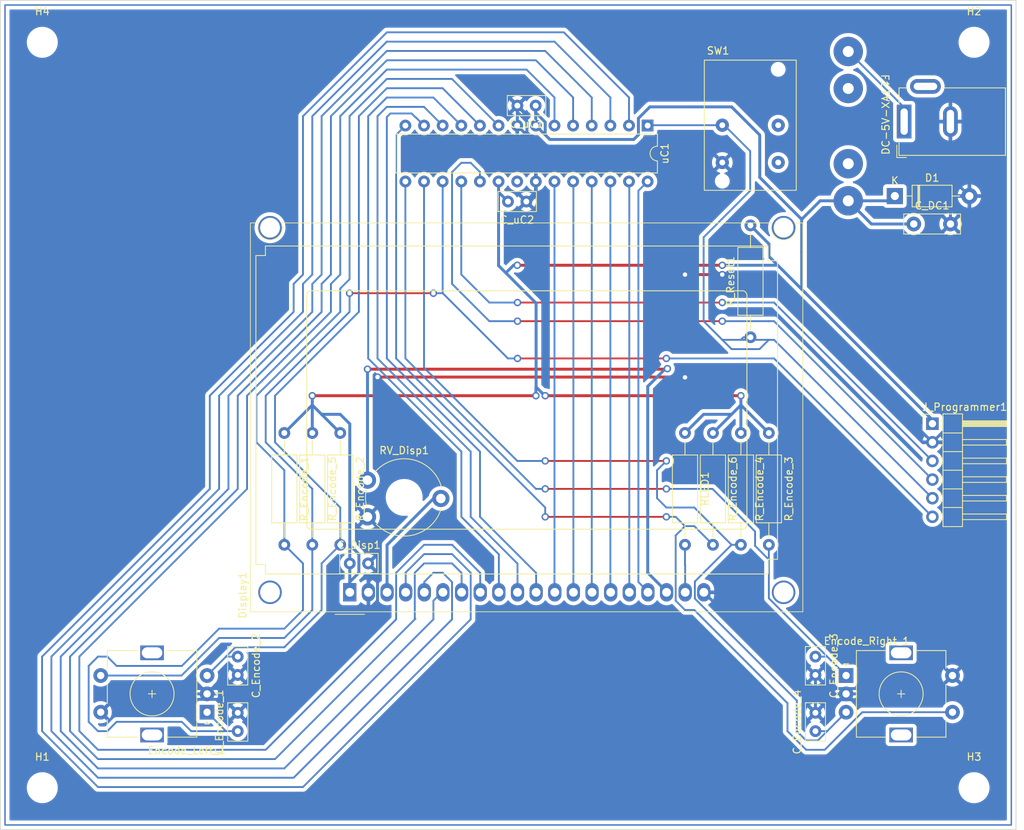
<source format=kicad_pcb>
(kicad_pcb (version 20211014) (generator pcbnew)
  (title_block (title "Pong"))
  (layers (0 "F.Cu" signal) (31 "B.Cu" signal) (34 "B.Paste" user) (35 "F.Paste" user) (36 "B.SilkS" user "B.Silkscreen") (37 "F.SilkS" user "F.Silkscreen") (38 "B.Mask" user) (39 "F.Mask" user) (44 "Edge.Cuts" user))
  (net 0 "")
  (net 1 "+5V")
  (net 2 "GND")
  (net 3 "EN_A_L")
  (net 4 "EN_A_R")
  (net 5 "EN_B_L")
  (net 6 "EN_B_R")
  (net 7 "Net-(Display1-Pad3)")
  (net 8 "Net-(Display1-Pad4)")
  (net 9 "Net-(Display1-Pad5)")
  (net 10 "Net-(Display1-Pad6)")
  (net 11 "Net-(Display1-Pad7)")
  (net 12 "Net-(Display1-Pad8)")
  (net 13 "Net-(Display1-Pad9)")
  (net 14 "Net-(Display1-Pad10)")
  (net 15 "Net-(Display1-Pad11)")
  (net 16 "CS1")
  (net 17 "CS2")
  (net 18 "DISP_RST")
  (net 19 "RW")
  (net 20 "DI")
  (net 21 "ENABLE")
  (net 22 "Net-(Display1-Pad18)")
  (net 23 "Net-(Display1-Pad19)")
  (net 24 "PUSH_A")
  (net 25 "PUSH_B")
  (net 26 "Net-(J_Programmer1-Pad3)")
  (net 27 "Net-(J_Programmer1-Pad4)")
  (net 29 "Net-(J_Programmer1-Pad5)")
  (net 31 "Net-(DC-5V-XA1-Pad1)")
  (footprint "Resistor_THT:R_Axial_DIN0309_L9.0mm_D3.2mm_P15.24mm_Horizontal" (layer "F.Cu") (at 175.23 101.51125 -90)
    (fp_text reference "R_Encode_4")
    (fp_text value "10k")
  )
  (footprint "Resistor_THT:R_Axial_DIN0309_L9.0mm_D3.2mm_P15.24mm_Horizontal" (layer "F.Cu") (at 167.61 101.51125 -90)
    (fp_text reference "RLED1")
    (fp_text value "15")
  )
  (footprint "Rotary_Encoder:RotaryEncoder_Alps_EC11E-Switch_Vertical_H20mm" (layer "F.Cu") (at 102.47 139.57125 180)
    (fp_text reference "Encode_Left_1")
    (fp_text value "RotaryEncoder_Switch")
  )
  (footprint "Resistor_THT:R_Axial_DIN0309_L9.0mm_D3.2mm_P15.24mm_Horizontal" (layer "F.Cu") (at 171.42 101.51125 -90)
    (fp_text reference "R_Encode_6")
    (fp_text value "10k")
  )
  (footprint "Display:AG12864E" (layer "F.Cu") (at 121.92 123.22875 90)
    (fp_text reference "Display1")
    (fp_text value "AG12864E")
  )
  (footprint "MountingHole:MountingHole_3.2mm_M3" (layer "F.Cu") (at 80.01 149.86)
    (fp_text reference "H1")
    (fp_text value "MountingHole")
  )
  (footprint "Connector_PinHeader_2.54mm:PinHeader_1x06_P2.54mm_Horizontal" (layer "F.Cu") (at 201.335 100.24125)
    (fp_text reference "J_Programmer1")
    (fp_text value "Conn_01x06_Female")
  )
  (footprint "Capacitor_THT:C_Disc_D5.0mm_W2.5mm_P2.50mm" (layer "F.Cu") (at 185.39 142.15125 90)
    (fp_text reference "C_Encode_4")
    (fp_text value "10nf")
  )
  (footprint "Pong_lib:Eingabetaste" (layer "F.Cu") (at 180.3146 64.643)
    (fp_text reference "SW1")
    (fp_text value "SW_Push_SPDT")
  )
  (footprint "Resistor_THT:R_Axial_DIN0309_L9.0mm_D3.2mm_P15.24mm_Horizontal" (layer "F.Cu") (at 179.04 101.51125 -90)
    (fp_text reference "R_Encode_3")
    (fp_text value "10k")
  )
  (footprint "Potentiometer_THT:Potentiometer_Piher_PT-10-V10_Vertical_Hole" (layer "F.Cu") (at 124.335 112.94125)
    (fp_text reference "RV_Disp1")
    (fp_text value "R_Potentiometer")
  )
  (footprint "Capacitor_THT:C_Disc_D5.0mm_W2.5mm_P2.50mm" (layer "F.Cu") (at 185.39 131.99125 -90)
    (fp_text reference "C_Encode_3")
    (fp_text value "10nf")
  )
  (footprint "MountingHole:MountingHole_3.2mm_M3" (layer "F.Cu") (at 207.01 48.26)
    (fp_text reference "H2")
    (fp_text value "MountingHole")
  )
  (footprint "Capacitor_THT:C_Disc_D5.0mm_W2.5mm_P2.50mm" (layer "F.Cu") (at 147.26 56.89125 180)
    (fp_text reference "C_uC1")
    (fp_text value "1nf")
  )
  (footprint "MountingHole:MountingHole_3.2mm_M3" (layer "F.Cu") (at 80.01 48.26)
    (fp_text reference "H4")
    (fp_text value "MountingHole")
  )
  (footprint "Package_DIP:DIP-28_W7.62mm" (layer "F.Cu") (at 162.52 59.61125 -90)
    (fp_text reference "uC1")
    (fp_text value "ATmega168-20P")
  )
  (footprint "MountingHole:MountingHole_3.2mm_M3" (layer "F.Cu") (at 207.01 149.86)
    (fp_text reference "H3")
    (fp_text value "MountingHole")
  )
  (footprint "Capacitor_THT:C_Disc_D5.0mm_W2.5mm_P2.50mm" (layer "F.Cu") (at 121.92 119.29125)
    (fp_text reference "C_Disp1")
    (fp_text value "1nf")
  )
  (footprint "Capacitor_THT:C_Disc_D5.0mm_W2.5mm_P2.50mm" (layer "F.Cu") (at 145.985 69.96625 180)
    (fp_text reference "C_uC2")
    (fp_text value "1nf")
  )
  (footprint "Capacitor_THT:C_Disc_D5.0mm_W2.5mm_P2.50mm" (layer "F.Cu") (at 106.65 131.99125 -90)
    (fp_text reference "C_Encode_2")
    (fp_text value "10nf")
  )
  (footprint "Capacitor_THT:C_Disc_D5.0mm_W2.5mm_P2.50mm" (layer "F.Cu") (at 106.65 142.15125 90)
    (fp_text reference "C_Encode_1")
    (fp_text value "10nf")
  )
  (footprint "Resistor_THT:R_Axial_DIN0309_L9.0mm_D3.2mm_P15.24mm_Horizontal" (layer "F.Cu") (at 120.62 101.51125 -90)
    (fp_text reference "R_Encode_2")
    (fp_text value "10k")
  )
  (footprint "Resistor_THT:R_Axial_DIN0309_L9.0mm_D3.2mm_P15.24mm_Horizontal" (layer "F.Cu") (at 116.81 101.51125 -90)
    (fp_text reference "R_Encode_5")
    (fp_text value "10k")
  )
  (footprint "Diode_THT:D_DO-41_SOD81_P10.16mm_Horizontal" (layer "F.Cu") (at 196.215 69.215)
    (fp_text reference "D1")
    (fp_text value "1N4007")
  )
  (footprint "Resistor_THT:R_Axial_DIN0309_L9.0mm_D3.2mm_P15.24mm_Horizontal" (layer "F.Cu") (at 113 101.51125 -90)
    (fp_text reference "R_Encode_1")
    (fp_text value "10k")
  )
  (footprint "Pong_lib:Sicherung" (layer "F.Cu") (at 189.865 49.515 -90)
    (fp_text reference "F1")
    (fp_text value "Fuse")
  )
  (footprint "Rotary_Encoder:RotaryEncoder_Alps_EC11E-Switch_Vertical_H20mm" (layer "F.Cu") (at 189.57 134.57125)
    (fp_text reference "Encode_Right_1")
    (fp_text value "RotaryEncoder_Switch")
  )
  (footprint "Connector_BarrelJack:BarrelJack_GCT_DCJ200-10-A_Horizontal" (layer "F.Cu") (at 197.485 59.07 90)
    (fp_text reference "DC-5V-XA1")
    (fp_text value "Barrel_Jack")
  )
  (footprint "Resistor_THT:R_Axial_DIN0309_L9.0mm_D3.2mm_P15.24mm_Horizontal" (layer "F.Cu") (at 176.535 88.46125 90)
    (fp_text reference "R_Reset1")
    (fp_text value "10k")
  )
  (footprint "Capacitor_THT:C_Disc_D7.5mm_W2.5mm_P5.00mm" (layer "F.Cu") (at 198.795 73.025)
    (fp_text reference "C_DC1")
    (fp_text value "470nF")
  )
  (gr_rect (start 74.93 43.18) (end 212.09 154.94) (layer "B.Cu") (width 0.2) (fill none))
  (gr_rect (start 74.295 155.575) (end 212.725 42.545) (layer "Edge.Cuts") (width 0.1) (fill none))
  (segment (start 172.69 78.65125) (end 144.75 78.65125) (width 0.4) (layer "F.Cu") (net 1))
  (segment (start 147.29 96.43125) (end 116.81 96.43125) (width 0.4) (layer "F.Cu") (net 1))
  (segment (start 148.56 96.43125) (end 175.23 96.43125) (width 0.4) (layer "F.Cu") (net 1))
  (via (at 116.81 96.43125) (size 1) (drill 0.6) (layers "F.Cu" "B.Cu") (net 1))
  (via (at 172.69 78.65125) (size 1) (drill 0.6) (layers "F.Cu" "B.Cu") (net 1))
  (via (at 144.75 78.65125) (size 1) (drill 0.6) (layers "F.Cu" "B.Cu") (net 1))
  (via (at 148.56 96.43125) (size 1) (drill 0.6) (layers "F.Cu" "B.Cu") (net 1))
  (via (at 147.29 96.43125) (size 1) (drill 0.6) (layers "F.Cu" "B.Cu") (net 1))
  (via (at 175.23 96.43125) (size 1) (drill 0.6) (layers "F.Cu" "B.Cu") (net 1))
  (segment (start 196.215 69.215) (end 195.565 69.865) (width 0.4) (layer "B.Cu") (net 1))
  (segment (start 183.515 81.915) (end 180.25125 78.65125) (width 0.4) (layer "B.Cu") (net 1))
  (segment (start 189.865 69.865) (end 195.565 69.865) (width 0.4) (layer "B.Cu") (net 1))
  (segment (start 179.055 75.74125) (end 176.535 73.22125) (width 0.4) (layer "B.Cu") (net 1))
  (segment (start 116.81 97.70125) (end 116.81 101.51125) (width 0.4) (layer "B.Cu") (net 1))
  (segment (start 120.62 98.97125) (end 121.92 100.27125) (width 0.4) (layer "B.Cu") (net 1))
  (segment (start 201.335 99.735) (end 201.335 100.24125) (width 0.4) (layer "B.Cu") (net 1))
  (segment (start 116.81 97.70125) (end 120.62 101.51125) (width 0.4) (layer "B.Cu") (net 1))
  (segment (start 179.04 101.51125) (end 175.23 97.70125) (width 0.4) (layer "B.Cu") (net 1))
  (segment (start 180.25125 78.65125) (end 172.69 78.65125) (width 0.4) (layer "B.Cu") (net 1))
  (segment (start 147.26 57.845) (end 147.26 59.59125) (width 0.4) (layer "B.Cu") (net 1))
  (segment (start 162.820978 57.06125) (end 173.96 57.06125) (width 0.4) (layer "B.Cu") (net 1))
  (segment (start 121.92 116.78125) (end 123.16 118.02125) (width 0.4) (layer "B.Cu") (net 1))
  (segment (start 147.26 56.89125) (end 147.26 57.845) (width 0.4) (layer "B.Cu") (net 1))
  (segment (start 123.16 120.56125) (end 121.92 121.80125) (width 0.4) (layer "B.Cu") (net 1))
  (segment (start 183.515 72.39) (end 186.04 69.865) (width 0.4) (layer "B.Cu") (net 1))
  (segment (start 143.485 69.96625) (end 142.24 68.72125) (width 0.4) (layer "B.Cu") (net 1))
  (segment (start 123.16 118.02125) (end 123.16 120.56125) (width 0.4) (layer "B.Cu") (net 1))
  (segment (start 147.32 95.25) (end 147.32 83.82) (width 0.4) (layer "B.Cu") (net 1))
  (segment (start 175.23 101.51125) (end 175.23 97.70125) (width 0.4) (layer "B.Cu") (net 1))
  (segment (start 149.195 61.50625) (end 160.625 61.50625) (width 0.4) (layer "B.Cu") (net 1))
  (segment (start 160.625 61.50625) (end 161.26 60.87125) (width 0.4) (layer "B.Cu") (net 1))
  (segment (start 121.92 121.80125) (end 121.92 123.22875) (width 0.4) (layer "B.Cu") (net 1))
  (segment (start 147.29 95.28) (end 147.32 95.25) (width 0.4) (layer "B.Cu") (net 1))
  (segment (start 144.75 78.65125) (end 144.23375 78.65125) (width 0.4) (layer "B.Cu") (net 1))
  (segment (start 118.08 98.97125) (end 120.62 98.97125) (width 0.4) (layer "B.Cu") (net 1))
  (segment (start 113 101.51125) (end 116.81 97.70125) (width 0.4) (layer "B.Cu") (net 1))
  (segment (start 161.26 58.622228) (end 162.820978 57.06125) (width 0.4) (layer "B.Cu") (net 1))
  (segment (start 121.92 116.78125) (end 121.92 119.29125) (width 0.4) (layer "B.Cu") (net 1))
  (segment (start 148.56 60.87125) (end 149.195 61.50625) (width 0.4) (layer "B.Cu") (net 1))
  (segment (start 183.515 72.39) (end 183.515 76.835) (width 0.4) (layer "B.Cu") (net 1))
  (segment (start 183.515 81.915) (end 201.335 99.735) (width 0.4) (layer "B.Cu") (net 1))
  (segment (start 147.32 83.82) (end 143.1925 79.6925) (width 0.4) (layer "B.Cu") (net 1))
  (segment (start 178.34625 67.22125) (end 177.8 66.675) (width 0.4) (layer "B.Cu") (net 1))
  (segment (start 148.56 59.145) (end 147.26 57.845) (width 0.4) (layer "B.Cu") (net 1))
  (segment (start 147.29 96.43125) (end 147.29 95.28) (width 0.4) (layer "B.Cu") (net 1))
  (segment (start 147.28 59.61125) (end 148.404511 60.735761) (width 0.4) (layer "B.Cu") (net 1))
  (segment (start 142.2 78.7) (end 142.2 67.23125) (width 0.4) (layer "B.Cu") (net 1))
  (segment (start 148.56 96.43125) (end 148.50125 96.43125) (width 0.4) (layer "B.Cu") (net 1))
  (segment (start 142.24 68.72125) (end 142.24 68.58) (width 0.4) (layer "B.Cu") (net 1))
  (segment (start 167.61 101.51125) (end 170.15 98.97125) (width 0.4) (layer "B.Cu") (net 1))
  (segment (start 186.04 69.865) (end 189.865 69.865) (width 0.4) (layer "B.Cu") (net 1))
  (segment (start 171.42 101.51125) (end 175.23 97.70125) (width 0.4) (layer "B.Cu") (net 1))
  (segment (start 148.50125 96.43125) (end 147.32 95.25) (width 0.4) (layer "B.Cu") (net 1))
  (segment (start 144.23375 78.65125) (end 143.1925 79.6925) (width 0.4) (layer "B.Cu") (net 1))
  (segment (start 193.025 73.025) (end 189.865 69.865) (width 0.4) (layer "B.Cu") (net 1))
  (segment (start 147.26 59.59125) (end 147.28 59.61125) (width 0.4) (layer "B.Cu") (net 1))
  (segment (start 198.795 73.025) (end 193.025 73.025) (width 0.4) (layer "B.Cu") (net 1))
  (segment (start 121.92 119.29125) (end 121.92 123.22875) (width 0.4) (layer "B.Cu") (net 1))
  (segment (start 183.515 76.835) (end 183.515 81.915) (width 0.4) (layer "B.Cu") (net 1))
  (segment (start 180.25125 78.65125) (end 179.055 77.455) (width 0.4) (layer "B.Cu") (net 1))
  (segment (start 179.055 77.455) (end 179.055 75.74125) (width 0.4) (layer "B.Cu") (net 1))
  (segment (start 161.26 60.87125) (end 161.26 58.622228) (width 0.4) (layer "B.Cu") (net 1))
  (segment (start 175.23 97.70125) (end 175.23 96.43125) (width 0.4) (layer "B.Cu") (net 1))
  (segment (start 177.8 66.675) (end 177.8 60.96) (width 0.4) (layer "B.Cu") (net 1))
  (segment (start 178.34625 67.22125) (end 183.515 72.39) (width 0.4) (layer "B.Cu") (net 1))
  (segment (start 116.81 97.70125) (end 116.81 96.43125) (width 0.4) (layer "B.Cu") (net 1))
  (segment (start 148.56 60.87125) (end 148.56 59.145) (width 0.4) (layer "B.Cu") (net 1))
  (segment (start 170.15 98.97125) (end 173.96 98.97125) (width 0.4) (layer "B.Cu") (net 1))
  (segment (start 143.1925 79.6925) (end 142.2 78.7) (width 0.4) (layer "B.Cu") (net 1))
  (segment (start 173.96 57.06125) (end 177.77 60.87125) (width 0.4) (layer "B.Cu") (net 1))
  (segment (start 121.92 100.27125) (end 121.92 116.78125) (width 0.4) (layer "B.Cu") (net 1))
  (segment (start 167.569289 93.89125) (end 125.7 93.89125) (width 0.4) (layer "F.Cu") (net 2))
  (segment (start 167.61 79.92125) (end 168.88 79.92125) (width 0.4) (layer "F.Cu") (net 2))
  (segment (start 168.88 79.92125) (end 172.69 79.92125) (width 0.4) (layer "F.Cu") (net 2))
  (segment (start 167.61 93.931961) (end 167.569289 93.89125) (width 0.4) (layer "F.Cu") (net 2))
  (via (at 167.61 79.92125) (size 1) (drill 0.6) (layers "F.Cu" "B.Cu") (net 2))
  (via (at 125.7 93.89125) (size 1) (drill 0.6) (layers "F.Cu" "B.Cu") (net 2))
  (via (at 167.61 93.931961) (size 1) (drill 0.6) (layers "F.Cu" "B.Cu") (net 2))
  (via (at 172.69 79.92125) (size 1) (drill 0.6) (layers "F.Cu" "B.Cu") (net 2))
  (segment (start 167.61 93.931961) (end 167.650711 93.89125) (width 0.4) (layer "B.Cu") (net 2))
  (segment (start 144.76 57.765) (end 144.76 56.89125) (width 0.4) (layer "B.Cu") (net 2))
  (segment (start 102.47 137.07125) (end 100.24125 137.07125) (width 0.4) (layer "B.Cu") (net 2))
  (segment (start 147.28 69.175) (end 147.28 67.23125) (width 0.4) (layer "B.Cu") (net 2))
  (segment (start 147.905 62.77625) (end 146.069375 60.940625) (width 0.4) (layer "B.Cu") (net 2))
  (segment (start 178.475 79.92125) (end 180.6625 82.10875) (width 0.4) (layer "B.Cu") (net 2))
  (segment (start 191.01595 136.3472) (end 191.74 137.07125) (width 0.4) (layer "B.Cu") (net 2))
  (segment (start 99.6696 136.3472) (end 104.3432 136.3472) (width 0.4) (layer "B.Cu") (net 2))
  (segment (start 105.06725 137.07125) (end 104.76245 137.07125) (width 0.4) (layer "B.Cu") (net 2))
  (segment (start 201.335 102.78125) (end 202.71 101.40625) (width 0.4) (layer "B.Cu") (net 2))
  (segment (start 125.68 118.02125) (end 125.7 118.02125) (width 0.4) (layer "B.Cu") (net 2))
  (segment (start 185.39 139.65125) (end 185.39 138.34125) (width 0.4) (layer "B.Cu") (net 2))
  (segment (start 186.66 137.07125) (end 184.0225 137.07125) (width 0.4) (layer "B.Cu") (net 2))
  (segment (start 126.365 109.855) (end 126.365 105.41) (width 0.4) (layer "B.Cu") (net 2))
  (segment (start 98.94555 137.07125) (end 99.6696 136.3472) (width 0.4) (layer "B.Cu") (net 2))
  (segment (start 104.76245 137.07125) (end 102.47 137.07125) (width 0.4) (layer "B.Cu") (net 2))
  (segment (start 185.39 134.49125) (end 187.24595 136.3472) (width 0.4) (layer "B.Cu") (net 2))
  (segment (start 144.76 56.89125) (end 144.76 59.59125) (width 0.4) (layer "B.Cu") (net 2))
  (segment (start 180.6625 82.10875) (end 179.745 81.19125) (width 0.4) (layer "B.Cu") (net 2))
  (segment (start 124.46 121.80125) (end 125.7 120.56125) (width 0.4) (layer "B.Cu") (net 2))
  (segment (start 126.365 109.855) (end 126.365 115.57) (width 0.4) (layer "B.Cu") (net 2))
  (segment (start 184.0225 137.07125) (end 170.18 123.22875) (width 0.4) (layer "B.Cu") (net 2))
  (segment (start 125.7 116.235) (end 125.7 118.02125) (width 0.4) (layer "B.Cu") (net 2))
  (segment (start 145.985 69.96625) (end 146.48875 69.96625) (width 0.4) (layer "B.Cu") (net 2))
  (segment (start 187.24595 136.3472) (end 191.01595 136.3472) (width 0.4) (layer "B.Cu") (net 2))
  (segment (start 126.365 105.41) (end 125.7 104.745) (width 0.4) (layer "B.Cu") (net 2))
  (segment (start 149.31375 64.135) (end 147.955 62.77625) (width 0.4) (layer "B.Cu") (net 2))
  (segment (start 147.28 63.40125) (end 147.28 67.23125) (width 0.4) (layer "B.Cu") (net 2))
  (segment (start 104.3432 136.3472) (end 105.06725 137.07125) (width 0.4) (layer "B.Cu") (net 2))
  (segment (start 190.8556 137.8712) (end 191.65555 137.07125) (width 0.4) (layer "B.Cu") (net 2))
  (segment (start 185.39 135.80125) (end 186.66 137.07125) (width 0.4) (layer "B.Cu") (net 2))
  (segment (start 124.335 112.94125) (end 126.365 110.91125) (width 0.4) (layer "B.Cu") (net 2))
  (segment (start 167.61 69.76125) (end 167.61 72.7156) (width 0.4) (layer "B.Cu") (net 2))
  (segment (start 203.795 66.635) (end 203.795 66.08) (width 0.4) (layer "B.Cu") (net 2))
  (segment (start 106.65 139.65125) (end 109.19 137.11125) (width 0.4) (layer "B.Cu") (net 2))
  (segment (start 200.525 115.37625) (end 200.525 115.48125) (width 0.4) (layer "B.Cu") (net 2))
  (segment (start 106.65 134.49125) (end 109.19 137.03125) (width 0.4) (layer "B.Cu") (net 2))
  (segment (start 203.795 59.08) (end 203.785 59.07) (width 0.4) (layer "B.Cu") (net 2))
  (segment (start 167.61 74.84125) (end 167.61 72.7156) (width 0.4) (layer "B.Cu") (net 2))
  (segment (start 203.065 132.09625) (end 203.065 133.56625) (width 0.4) (layer "B.Cu") (net 2))
  (segment (start 192.405 88.20625) (end 192.405 81.915) (width 0.4) (layer "B.Cu") (net 2))
  (segment (start 112.96 137.11125) (end 109.19 137.11125) (width 0.4) (layer "B.Cu") (net 2))
  (segment (start 203.795 66.08) (end 203.795 59.08) (width 0.4) (layer "B.Cu") (net 2))
  (segment (start 201.335 102.78125) (end 180.6625 82.10875) (width 0.4) (layer "B.Cu") (net 2))
  (segment (start 126.365 115.57) (end 125.7 116.235) (width 0.4) (layer "B.Cu") (net 2))
  (segment (start 126.365 110.91125) (end 126.365 109.855) (width 0.4) (layer "B.Cu") (net 2))
  (segment (start 203.065 132.09625) (end 198.09 137.07125) (width 0.4) (layer "B.Cu") (net 2))
  (segment (start 125.7 120.56125) (end 125.7 124.37125) (width 0.4) (layer "B.Cu") (net 2))
  (segment (start 98.94555 137.07125) (end 99.6947 137.8204) (width 0.4) (layer "B.Cu") (net 2))
  (segment (start 125.69 118.02125) (end 125.7 118.02125) (width 0.4) (layer "B.Cu") (net 2))
  (segment (start 99.6947 137.8204) (end 104.0133 137.8204) (width 0.4) (layer "B.Cu") (net 2))
  (segment (start 203.065 101.40625) (end 203.065 114.21125) (width 0.4) (layer "B.Cu") (net 2))
  (segment (start 109.19 137.11125) (end 109.19 137.07125) (width 0.4) (layer "B.Cu") (net 2))
  (segment (start 104.0133 137.8204) (end 104.76245 137.07125) (width 0.4) (layer "B.Cu") (net 2))
  (segment (start 146.48875 69.96625) (end 147.28 69.175) (width 0.4) (layer "B.Cu") (net 2))
  (segment (start 100.24125 137.07125) (end 98.94555 137.07125) (width 0.4) (layer "B.Cu") (net 2))
  (segment (start 191.85875 137.07125) (end 191.74 137.07125) (width 0.4) (layer "B.Cu") (net 2))
  (segment (start 203.795 70.525) (end 203.795 66.08) (width 0.4) (layer "B.Cu") (net 2))
  (segment (start 146.069375 60.940625) (end 144.74 59.61125) (width 0.4) (layer "B.Cu") (net 2))
  (segment (start 189.57 137.07125) (end 186.66 137.07125) (width 0.4) (layer "B.Cu") (net 2))
  (segment (start 203.795 73.025) (end 203.795 70.525) (width 0.4) (layer "B.Cu") (net 2))
  (segment (start 200.525 115.48125) (end 201.795 115.48125) (width 0.4) (layer "B.Cu") (net 2))
  (segment (start 192.405 88.20625) (end 203.065 98.86625) (width 0.4) (layer "B.Cu") (net 2))
  (segment (start 167.61 74.84125) (end 167.61 79.92125) (width 0.4) (layer "B.Cu") (net 2))
  (segment (start 206.375 69.215) (end 203.795 66.635) (width 0.4) (layer "B.Cu") (net 2))
  (segment (start 189.57 137.07125) (end 191.65555 137.07125) (width 0.4) (layer "B.Cu") (net 2))
  (segment (start 147.905 62.77625) (end 147.28 63.40125) (width 0.4) (layer "B.Cu") (net 2))
  (segment (start 124.335 123.10375) (end 124.46 123.22875) (width 0.4) (layer "B.Cu") (net 2))
  (segment (start 187.17005 137.8712) (end 190.8556 137.8712) (width 0.4) (layer "B.Cu") (net 2))
  (segment (start 179.04 93.89125) (end 200.525 115.37625) (width 0.4) (layer "B.Cu") (net 2))
  (segment (start 202.71 101.40625) (end 203.065 101.40625) (width 0.4) (layer "B.Cu") (net 2))
  (segment (start 192.405 81.915) (end 203.795 70.525) (width 0.4) (layer "B.Cu") (net 2))
  (segment (start 167.650711 93.89125) (end 179.04 93.89125) (width 0.4) (layer "B.Cu") (net 2))
  (segment (start 109.19 137.03125) (end 109.19 137.07125) (width 0.4) (layer "B.Cu") (net 2))
  (segment (start 201.795 115.48125) (end 203.065 114.21125) (width 0.4) (layer "B.Cu") (net 2))
  (segment (start 124.42 119.29125) (end 125.69 118.02125) (width 0.4) (layer "B.Cu") (net 2))
  (segment (start 98.94555 137.07125) (end 90.47 137.07125) (width 0.4) (layer "B.Cu") (net 2))
  (segment (start 203.065 114.21125) (end 203.065 132.09625) (width 0.4) (layer "B.Cu") (net 2))
  (segment (start 146.069375 59.074375) (end 144.76 57.765) (width 0.4) (layer "B.Cu") (net 2))
  (segment (start 203.065 98.86625) (end 203.065 101.40625) (width 0.4) (layer "B.Cu") (net 2))
  (segment (start 198.09 137.07125) (end 191.85875 137.07125) (width 0.4) (layer "B.Cu") (net 2))
  (segment (start 172.69 79.92125) (end 178.475 79.92125) (width 0.4) (layer "B.Cu") (net 2))
  (segment (start 90.47 137.07125) (end 87.97 139.57125) (width 0.4) (layer "B.Cu") (net 2))
  (segment (start 144.76 59.59125) (end 144.74 59.61125) (width 0.4) (layer "B.Cu") (net 2))
  (segment (start 164.1602 64.135) (end 149.31375 64.135) (width 0.4) (layer "B.Cu") (net 2))
  (segment (start 185.39 139.65125) (end 187.17005 137.8712) (width 0.4) (layer "B.Cu") (net 2))
  (segment (start 167.61 72.7156) (end 167.61 67.5848) (width 0.4) (layer "B.Cu") (net 2))
  (segment (start 185.39 134.49125) (end 185.39 135.80125) (width 0.4) (layer "B.Cu") (net 2))
  (segment (start 203.065 133.56625) (end 204.07 134.57125) (width 0.4) (layer "B.Cu") (net 2))
  (segment (start 125.7 104.745) (end 125.7 93.89125) (width 0.4) (layer "B.Cu") (net 2))
  (segment (start 172.69 64.68125) (end 167.61 69.76125) (width 0.4) (layer "B.Cu") (net 2))
  (segment (start 125.7 118.02125) (end 125.7 120.56125) (width 0.4) (layer "B.Cu") (net 2))
  (segment (start 185.39 138.34125) (end 186.66 137.07125) (width 0.4) (layer "B.Cu") (net 2))
  (segment (start 146.069375 60.940625) (end 146.069375 59.074375) (width 0.4) (layer "B.Cu") (net 2))
  (segment (start 124.41 123.27875) (end 124.46 123.22875) (width 0.4) (layer "B.Cu") (net 2))
  (segment (start 124.46 123.22875) (end 124.46 121.80125) (width 0.4) (layer "B.Cu") (net 2))
  (segment (start 109.19 137.07125) (end 105.06725 137.07125) (width 0.4) (layer "B.Cu") (net 2))
  (segment (start 125.7 124.37125) (end 112.96 137.11125) (width 0.4) (layer "B.Cu") (net 2))
  (segment (start 191.65555 137.07125) (end 191.85875 137.07125) (width 0.4) (layer "B.Cu") (net 2))
  (segment (start 167.61 67.5848) (end 164.1602 64.135) (width 0.4) (layer "B.Cu") (net 2))
  (segment (start 88.87 131.99125) (end 90.14 133.26125) (width 0.25) (layer "B.Cu") (net 3))
  (segment (start 86.33 140.88125) (end 86.33 133.26125) (width 0.25) (layer "B.Cu") (net 3))
  (segment (start 99.03 133.26125) (end 104.11 128.18125) (width 0.25) (layer "B.Cu") (net 3))
  (segment (start 104.11 128.18125) (end 113 128.18125) (width 0.25) (layer "B.Cu") (net 3))
  (segment (start 88.87 142.15125) (end 87.6 142.15125) (width 0.25) (layer "B.Cu") (net 3))
  (segment (start 121.89 80.55625) (end 120.62 81.82625) (width 0.25) (layer "B.Cu") (net 3))
  (segment (start 100.3 142.15125) (end 99.03 140.88125) (width 0.25) (layer "B.Cu") (net 3))
  (segment (start 142.2 59.61125) (end 135.84 53.25125) (width 0.25) (layer "B.Cu") (net 3))
  (segment (start 90.14 140.88125) (end 88.87 142.15125) (width 0.25) (layer "B.Cu") (net 3))
  (segment (start 86.33 133.26125) (end 87.6 131.99125) (width 0.25) (layer "B.Cu") (net 3))
  (segment (start 109.19 102.78125) (end 113 106.59125) (width 0.25) (layer "B.Cu") (net 3))
  (segment (start 135.84 53.25125) (end 126.97 53.25125) (width 0.25) (layer "B.Cu") (net 3))
  (segment (start 106.65 142.15125) (end 105.05 142.15125) (width 0.25) (layer "B.Cu") (net 3))
  (segment (start 99.03 140.88125) (end 90.14 140.88125) (width 0.25) (layer "B.Cu") (net 3))
  (segment (start 113 128.18125) (end 115.54 125.64125) (width 0.25) (layer "B.Cu") (net 3))
  (segment (start 105.05 142.15125) (end 102.47 139.57125) (width 0.25) (layer "B.Cu") (net 3))
  (segment (start 120.62 81.82625) (end 120.62 85.00125) (width 0.25) (layer "B.Cu") (net 3))
  (segment (start 105.05 142.15125) (end 100.3 142.15125) (width 0.25) (layer "B.Cu") (net 3))
  (segment (start 90.14 133.26125) (end 99.03 133.26125) (width 0.25) (layer "B.Cu") (net 3))
  (segment (start 115.54 119.29125) (end 113 116.75125) (width 0.25) (layer "B.Cu") (net 3))
  (segment (start 120.62 85.00125) (end 109.19 96.43125) (width 0.25) (layer "B.Cu") (net 3))
  (segment (start 113 106.59125) (end 113 116.75125) (width 0.25) (layer "B.Cu") (net 3))
  (segment (start 126.97 53.25125) (end 121.89 58.33125) (width 0.25) (layer "B.Cu") (net 3))
  (segment (start 109.19 96.43125) (end 109.19 102.78125) (width 0.25) (layer "B.Cu") (net 3))
  (segment (start 87.6 131.99125) (end 88.87 131.99125) (width 0.25) (layer "B.Cu") (net 3))
  (segment (start 87.6 142.15125) (end 86.33 140.88125) (width 0.25) (layer "B.Cu") (net 3))
  (segment (start 121.89 58.33125) (end 121.89 80.55625) (width 0.25) (layer "B.Cu") (net 3))
  (segment (start 115.54 125.64125) (end 115.54 119.29125) (width 0.25) (layer "B.Cu") (net 3))
  (segment (start 118.08 125.64125) (end 118.08 119.29125) (width 0.25) (layer "B.Cu") (net 4))
  (segment (start 120.62 116.75125) (end 120.62 111.67125) (width 0.25) (layer "B.Cu") (net 4))
  (segment (start 118.08 119.29125) (end 120.62 116.75125) (width 0.25) (layer "B.Cu") (net 4))
  (segment (start 120.62 111.67125) (end 111.73 102.78125) (width 0.25) (layer "B.Cu") (net 4))
  (segment (start 123.16 58.33125) (end 126.97 54.52125) (width 0.25) (layer "B.Cu") (net 4))
  (segment (start 134.59 54.54125) (end 139.66 59.61125) (width 0.25) (layer "B.Cu") (net 4))
  (segment (start 111.73 102.78125) (end 111.73 96.43125) (width 0.25) (layer "B.Cu") (net 4))
  (segment (start 126.97 54.52125) (end 134.59 54.52125) (width 0.25) (layer "B.Cu") (net 4))
  (segment (start 111.73 96.43125) (end 123.16 85.00125) (width 0.25) (layer "B.Cu") (net 4))
  (segment (start 123.16 85.00125) (end 123.16 58.33125) (width 0.25) (layer "B.Cu") (net 4))
  (segment (start 134.59 54.52125) (end 134.59 54.54125) (width 0.25) (layer "B.Cu") (net 4))
  (segment (start 113 130.72125) (end 118.08 125.64125) (width 0.25) (layer "B.Cu") (net 4))
  (segment (start 105.05 131.99125) (end 106.32 130.72125) (width 0.25) (layer "B.Cu") (net 4))
  (segment (start 106.32 130.72125) (end 113 130.72125) (width 0.25) (layer "B.Cu") (net 4))
  (segment (start 106.65 131.99125) (end 105.05 131.99125) (width 0.25) (layer "B.Cu") (net 4))
  (segment (start 105.05 131.99125) (end 102.47 134.57125) (width 0.25) (layer "B.Cu") (net 4))
  (segment (start 165.07 109.13125) (end 148.56 109.13125) (width 0.25) (layer "F.Cu") (net 5))
  (via (at 165.07 109.13125) (size 1) (drill 0.6) (layers "F.Cu" "B.Cu") (net 5))
  (via (at 148.56 109.13125) (size 1) (drill 0.6) (layers "F.Cu" "B.Cu") (net 5))
  (segment (start 171.36125 109.13125) (end 165.07 109.13125) (width 0.25) (layer "B.Cu") (net 5))
  (segment (start 177.165 114.935) (end 171.36125 109.13125) (width 0.25) (layer "B.Cu") (net 5))
  (segment (start 129.5 67.23125) (end 129.5 91.34125) (width 0.25) (layer "B.Cu") (net 5))
  (segment (start 179.04 118.775) (end 179.04 116.75125) (width 0.25) (layer "B.Cu") (net 5))
  (segment (start 129.5 91.34125) (end 147.29 109.13125) (width 0.25) (layer "B.Cu") (net 5))
  (segment (start 186.99 131.99125) (end 189.57 134.57125) (width 0.25) (layer "B.Cu") (net 5))
  (segment (start 179.04 118.775) (end 177.165 116.9) (width 0.25) (layer "B.Cu") (net 5))
  (segment (start 179.04 124.04125) (end 179.04 118.775) (width 0.25) (layer "B.Cu") (net 5))
  (segment (start 185.39 131.99125) (end 186.99 131.99125) (width 0.25) (layer "B.Cu") (net 5))
  (segment (start 147.29 109.13125) (end 148.56 109.13125) (width 0.25) (layer "B.Cu") (net 5))
  (segment (start 177.165 116.9) (end 177.165 114.935) (width 0.25) (layer "B.Cu") (net 5))
  (segment (start 186.99 131.99125) (end 179.04 124.04125) (width 0.25) (layer "B.Cu") (net 5))
  (segment (start 165.07 105.32125) (end 148.56 105.32125) (width 0.25) (layer "F.Cu") (net 6))
  (via (at 165.07 105.32125) (size 1) (drill 0.6) (layers "F.Cu" "B.Cu") (net 6))
  (via (at 148.56 105.32125) (size 1) (drill 0.6) (layers "F.Cu" "B.Cu") (net 6))
  (segment (start 182.85 137.980482) (end 168.95548 124.085962) (width 0.25) (layer "B.Cu") (net 6))
  (segment (start 173.96 116.75125) (end 168.88 111.67125) (width 0.25) (layer "B.Cu") (net 6))
  (segment (start 182.85 142.15125) (end 182.85 137.980482) (width 0.25) (layer "B.Cu") (net 6))
  (segment (start 144.75 105.32125) (end 148.56 105.32125) (width 0.25) (layer "B.Cu") (net 6))
  (segment (start 185.72 143.42125) (end 184.12 143.42125) (width 0.25) (layer "B.Cu") (net 6))
  (segment (start 163.8 109.13125) (end 163.8 106.59125) (width 0.25) (layer "B.Cu") (net 6))
  (segment (start 163.8 110.40125) (end 163.8 109.13125) (width 0.25) (layer "B.Cu") (net 6))
  (segment (start 173.96 116.75125) (end 175.23 116.75125) (width 0.25) (layer "B.Cu") (net 6))
  (segment (start 132.04 92.61125) (end 144.75 105.32125) (width 0.25) (layer "B.Cu") (net 6))
  (segment (start 185.39 142.15125) (end 186.99 142.15125) (width 0.25) (layer "B.Cu") (net 6))
  (segment (start 132.04 67.23125) (end 132.04 92.61125) (width 0.25) (layer "B.Cu") (net 6))
  (segment (start 186.99 142.15125) (end 185.72 143.42125) (width 0.25) (layer "B.Cu") (net 6))
  (segment (start 184.12 143.42125) (end 182.85 142.15125) (width 0.25) (layer "B.Cu") (net 6))
  (segment (start 168.88 111.67125) (end 165.07 111.67125) (width 0.25) (layer "B.Cu") (net 6))
  (segment (start 168.95548 121.75577) (end 173.96 116.75125) (width 0.25) (layer "B.Cu") (net 6))
  (segment (start 168.95548 124.085962) (end 168.95548 121.75577) (width 0.25) (layer "B.Cu") (net 6))
  (segment (start 163.8 106.59125) (end 165.07 105.32125) (width 0.25) (layer "B.Cu") (net 6))
  (segment (start 165.07 111.67125) (end 163.8 110.40125) (width 0.25) (layer "B.Cu") (net 6))
  (segment (start 186.99 142.15125) (end 189.57 139.57125) (width 0.25) (layer "B.Cu") (net 6))
  (segment (start 127 123.22875) (end 127 116.78125) (width 0.4) (layer "B.Cu") (net 7))
  (segment (start 133.34 110.44125) (end 134.335 110.44125) (width 0.4) (layer "B.Cu") (net 7))
  (segment (start 127 116.78125) (end 133.34 110.44125) (width 0.4) (layer "B.Cu") (net 7))
  (segment (start 87.6 149.77125) (end 79.98 142.15125) (width 0.25) (layer "B.Cu") (net 8))
  (segment (start 114.27 85.00125) (end 114.27 81.19125) (width 0.25) (layer "B.Cu") (net 8))
  (segment (start 114.27 81.19125) (end 115.54 79.92125) (width 0.25) (layer "B.Cu") (net 8))
  (segment (start 79.98 142.15125) (end 79.98 131.99125) (width 0.25) (layer "B.Cu") (net 8))
  (segment (start 159.99 55.79125) (end 159.98 55.80125) (width 0.25) (layer "B.Cu") (net 8))
  (segment (start 126.97 46.90125) (end 151.1 46.90125) (width 0.25) (layer "B.Cu") (net 8))
  (segment (start 138.4 126.91125) (end 115.54 149.77125) (width 0.25) (layer "B.Cu") (net 8))
  (segment (start 115.54 79.92125) (end 115.54 58.33125) (width 0.25) (layer "B.Cu") (net 8))
  (segment (start 102.84 96.43125) (end 114.27 85.00125) (width 0.25) (layer "B.Cu") (net 8))
  (segment (start 79.98 131.99125) (end 102.84 109.13125) (width 0.25) (layer "B.Cu") (net 8))
  (segment (start 151.1 46.90125) (end 159.99 55.79125) (width 0.25) (layer "B.Cu") (net 8))
  (segment (start 138.4 120.56125) (end 138.4 126.91125) (width 0.25) (layer "B.Cu") (net 8))
  (segment (start 132.05 118.02125) (end 135.86 118.02125) (width 0.25) (layer "B.Cu") (net 8))
  (segment (start 102.84 109.13125) (end 102.84 96.43125) (width 0.25) (layer "B.Cu") (net 8))
  (segment (start 115.54 58.33125) (end 126.97 46.90125) (width 0.25) (layer "B.Cu") (net 8))
  (segment (start 115.54 149.77125) (end 87.6 149.77125) (width 0.25) (layer "B.Cu") (net 8))
  (segment (start 159.98 55.80125) (end 159.98 59.61125) (width 0.25) (layer "B.Cu") (net 8))
  (segment (start 129.54 123.22875) (end 129.54 120.59125) (width 0.25) (layer "B.Cu") (net 8))
  (segment (start 135.86 118.02125) (end 138.4 120.56125) (width 0.25) (layer "B.Cu") (net 8))
  (segment (start 129.54 120.59125) (end 129.51 120.56125) (width 0.25) (layer "B.Cu") (net 8))
  (segment (start 129.51 120.56125) (end 132.05 118.02125) (width 0.25) (layer "B.Cu") (net 8))
  (segment (start 134.59 120.56125) (end 133.32 120.56125) (width 0.25) (layer "B.Cu") (net 9))
  (segment (start 104.11 109.13125) (end 81.25 131.99125) (width 0.25) (layer "B.Cu") (net 9))
  (segment (start 116.81 58.33125) (end 116.81 79.92125) (width 0.25) (layer "B.Cu") (net 9))
  (segment (start 149.83 48.17125) (end 126.97 48.17125) (width 0.25) (layer "B.Cu") (net 9))
  (segment (start 132.08 121.80125) (end 132.08 123.22875) (width 0.25) (layer "B.Cu") (net 9))
  (segment (start 157.45 55.79125) (end 149.83 48.17125) (width 0.25) (layer "B.Cu") (net 9))
  (segment (start 114.27 148.50125) (end 135.86 126.91125) (width 0.25) (layer "B.Cu") (net 9))
  (segment (start 81.25 131.99125) (end 81.25 142.15125) (width 0.25) (layer "B.Cu") (net 9))
  (segment (start 157.44 55.80125) (end 157.45 55.79125) (width 0.25) (layer "B.Cu") (net 9))
  (segment (start 135.86 126.91125) (end 135.86 121.83125) (width 0.25) (layer "B.Cu") (net 9))
  (segment (start 87.6 148.50125) (end 114.27 148.50125) (width 0.25) (layer "B.Cu") (net 9))
  (segment (start 116.81 79.92125) (end 115.54 81.19125) (width 0.25) (layer "B.Cu") (net 9))
  (segment (start 115.54 85.00125) (end 104.11 96.43125) (width 0.25) (layer "B.Cu") (net 9))
  (segment (start 81.25 142.15125) (end 87.6 148.50125) (width 0.25) (layer "B.Cu") (net 9))
  (segment (start 104.11 96.43125) (end 104.11 109.13125) (width 0.25) (layer "B.Cu") (net 9))
  (segment (start 135.86 121.83125) (end 134.59 120.56125) (width 0.25) (layer "B.Cu") (net 9))
  (segment (start 126.97 48.17125) (end 116.81 58.33125) (width 0.25) (layer "B.Cu") (net 9))
  (segment (start 133.32 120.56125) (end 132.08 121.80125) (width 0.25) (layer "B.Cu") (net 9))
  (segment (start 157.44 59.61125) (end 157.44 55.80125) (width 0.25) (layer "B.Cu") (net 9))
  (segment (start 115.54 81.19125) (end 115.54 85.00125) (width 0.25) (layer "B.Cu") (net 9))
  (segment (start 154.91 55.79125) (end 148.56 49.44125) (width 0.25) (layer "B.Cu") (net 10))
  (segment (start 105.38 96.43125) (end 105.38 109.13125) (width 0.25) (layer "B.Cu") (net 10))
  (segment (start 82.52 142.15125) (end 87.6 147.23125) (width 0.25) (layer "B.Cu") (net 10))
  (segment (start 105.38 109.13125) (end 82.52 131.99125) (width 0.25) (layer "B.Cu") (net 10))
  (segment (start 154.9 59.61125) (end 154.9 55.80125) (width 0.25) (layer "B.Cu") (net 10))
  (segment (start 116.81 85.00125) (end 105.38 96.43125) (width 0.25) (layer "B.Cu") (net 10))
  (segment (start 154.9 55.80125) (end 154.91 55.79125) (width 0.25) (layer "B.Cu") (net 10))
  (segment (start 116.81 81.19125) (end 116.81 85.00125) (width 0.25) (layer "B.Cu") (net 10))
  (segment (start 113 147.23125) (end 133.32 126.91125) (width 0.25) (layer "B.Cu") (net 10))
  (segment (start 133.32 126.91125) (end 133.32 124.37125) (width 0.25) (layer "B.Cu") (net 10))
  (segment (start 148.56 49.44125) (end 126.97 49.44125) (width 0.25) (layer "B.Cu") (net 10))
  (segment (start 118.08 58.33125) (end 118.08 79.92125) (width 0.25) (layer "B.Cu") (net 10))
  (segment (start 133.32 124.37125) (end 134.4625 123.22875) (width 0.25) (layer "B.Cu") (net 10))
  (segment (start 82.52 131.99125) (end 82.52 142.15125) (width 0.25) (layer "B.Cu") (net 10))
  (segment (start 134.4625 123.22875) (end 134.62 123.22875) (width 0.25) (layer "B.Cu") (net 10))
  (segment (start 87.6 147.23125) (end 113 147.23125) (width 0.25) (layer "B.Cu") (net 10))
  (segment (start 118.08 79.92125) (end 116.81 81.19125) (width 0.25) (layer "B.Cu") (net 10))
  (segment (start 126.97 49.44125) (end 118.08 58.33125) (width 0.25) (layer "B.Cu") (net 10))
  (segment (start 152.37 55.79125) (end 147.29 50.71125) (width 0.25) (layer "B.Cu") (net 11))
  (segment (start 111.73 145.96125) (end 130.85548 126.83577) (width 0.25) (layer "B.Cu") (net 11))
  (segment (start 152.36 59.61125) (end 152.36 55.80125) (width 0.25) (layer "B.Cu") (net 11))
  (segment (start 126.97 50.71125) (end 119.35 58.33125) (width 0.25) (layer "B.Cu") (net 11))
  (segment (start 130.78 126.76029) (end 130.78 120.56125) (width 0.25) (layer "B.Cu") (net 11))
  (segment (start 130.85548 126.83577) (end 130.78 126.76029) (width 0.25) (layer "B.Cu") (net 11))
  (segment (start 106.65 96.43125) (end 106.65 109.13125) (width 0.25) (layer "B.Cu") (net 11))
  (segment (start 106.65 109.13125) (end 83.79 131.99125) (width 0.25) (layer "B.Cu") (net 11))
  (segment (start 118.08 81.19125) (end 118.08 85.00125) (width 0.25) (layer "B.Cu") (net 11))
  (segment (start 83.79 142.15125) (end 87.6 145.96125) (width 0.25) (layer "B.Cu") (net 11))
  (segment (start 132.05 119.29125) (end 135.86 119.29125) (width 0.25) (layer "B.Cu") (net 11))
  (segment (start 152.36 55.80125) (end 152.37 55.79125) (width 0.25) (layer "B.Cu") (net 11))
  (segment (start 147.29 50.71125) (end 126.97 50.71125) (width 0.25) (layer "B.Cu") (net 11))
  (segment (start 137.16 120.59125) (end 137.16 123.22875) (width 0.25) (layer "B.Cu") (net 11))
  (segment (start 135.86 119.29125) (end 137.16 120.59125) (width 0.25) (layer "B.Cu") (net 11))
  (segment (start 87.6 145.96125) (end 111.73 145.96125) (width 0.25) (layer "B.Cu") (net 11))
  (segment (start 119.35 58.33125) (end 119.35 79.92125) (width 0.25) (layer "B.Cu") (net 11))
  (segment (start 118.08 85.00125) (end 106.65 96.43125) (width 0.25) (layer "B.Cu") (net 11))
  (segment (start 130.78 120.56125) (end 132.05 119.29125) (width 0.25) (layer "B.Cu") (net 11))
  (segment (start 83.79 131.99125) (end 83.79 142.15125) (width 0.25) (layer "B.Cu") (net 11))
  (segment (start 119.35 79.92125) (end 118.08 81.19125) (width 0.25) (layer "B.Cu") (net 11))
  (segment (start 149.82 59.61125) (end 149.82 55.80125) (width 0.25) (layer "B.Cu") (net 12))
  (segment (start 107.92 96.43125) (end 107.92 109.13125) (width 0.25) (layer "B.Cu") (net 12))
  (segment (start 107.92 109.13125) (end 85.06 131.99125) (width 0.25) (layer "B.Cu") (net 12))
  (segment (start 149.82 55.80125) (end 149.83 55.79125) (width 0.25) (layer "B.Cu") (net 12))
  (segment (start 87.6 144.69125) (end 110.46 144.69125) (width 0.25) (layer "B.Cu") (net 12))
  (segment (start 120.62 79.92125) (end 119.35 81.19125) (width 0.25) (layer "B.Cu") (net 12))
  (segment (start 85.06 142.15125) (end 87.6 144.69125) (width 0.25) (layer "B.Cu") (net 12))
  (segment (start 119.35 85.00125) (end 107.92 96.43125) (width 0.25) (layer "B.Cu") (net 12))
  (segment (start 110.46 144.69125) (end 128.24 126.91125) (width 0.25) (layer "B.Cu") (net 12))
  (segment (start 135.86 116.75125) (end 139.7 120.59125) (width 0.25) (layer "B.Cu") (net 12))
  (segment (start 132.05 116.75125) (end 135.86 116.75125) (width 0.25) (layer "B.Cu") (net 12))
  (segment (start 85.06 131.99125) (end 85.06 142.15125) (width 0.25) (layer "B.Cu") (net 12))
  (segment (start 126.97 51.98125) (end 120.62 58.33125) (width 0.25) (layer "B.Cu") (net 12))
  (segment (start 146.02 51.98125) (end 126.97 51.98125) (width 0.25) (layer "B.Cu") (net 12))
  (segment (start 128.24 126.91125) (end 128.24 120.56125) (width 0.25) (layer "B.Cu") (net 12))
  (segment (start 120.62 58.33125) (end 120.62 79.92125) (width 0.25) (layer "B.Cu") (net 12))
  (segment (start 149.83 55.79125) (end 146.02 51.98125) (width 0.25) (layer "B.Cu") (net 12))
  (segment (start 139.7 120.59125) (end 139.7 123.22875) (width 0.25) (layer "B.Cu") (net 12))
  (segment (start 128.24 120.56125) (end 132.05 116.75125) (width 0.25) (layer "B.Cu") (net 12))
  (segment (start 119.35 81.19125) (end 119.35 85.00125) (width 0.25) (layer "B.Cu") (net 12))
  (segment (start 137.13 112.94125) (end 137.13 104.05125) (width 0.25) (layer "B.Cu") (net 13))
  (segment (start 137.12 59.59125) (end 137.12 59.61125) (width 0.25) (layer "B.Cu") (net 13))
  (segment (start 133.32 55.79125) (end 137.12 59.59125) (width 0.25) (layer "B.Cu") (net 13))
  (segment (start 142.24 123.22875) (end 142.24 118.05125) (width 0.25) (layer "B.Cu") (net 13))
  (segment (start 142.24 118.05125) (end 137.13 112.94125) (width 0.25) (layer "B.Cu") (net 13))
  (segment (start 126.97 55.79125) (end 133.32 55.79125) (width 0.25) (layer "B.Cu") (net 13))
  (segment (start 124.43 58.33125) (end 126.97 55.79125) (width 0.25) (layer "B.Cu") (net 13))
  (segment (start 137.13 104.05125) (end 124.43 91.35125) (width 0.25) (layer "B.Cu") (net 13))
  (segment (start 124.43 91.35125) (end 124.43 58.33125) (width 0.25) (layer "B.Cu") (net 13))
  (segment (start 126.97 57.06125) (end 125.7 58.33125) (width 0.25) (layer "B.Cu") (net 14))
  (segment (start 144.78 119.32125) (end 144.78 123.22875) (width 0.25) (layer "B.Cu") (net 14))
  (segment (start 125.7 58.33125) (end 125.7 91.35125) (width 0.25) (layer "B.Cu") (net 14))
  (segment (start 132.05 57.08125) (end 132.05 57.06125) (width 0.25) (layer "B.Cu") (net 14))
  (segment (start 132.05 57.06125) (end 126.97 57.06125) (width 0.25) (layer "B.Cu") (net 14))
  (segment (start 134.58 59.61125) (end 132.05 57.08125) (width 0.25) (layer "B.Cu") (net 14))
  (segment (start 138.4 112.94125) (end 144.78 119.32125) (width 0.25) (layer "B.Cu") (net 14))
  (segment (start 138.4 104.05125) (end 138.4 112.94125) (width 0.25) (layer "B.Cu") (net 14))
  (segment (start 125.7 91.35125) (end 138.4 104.05125) (width 0.25) (layer "B.Cu") (net 14))
  (segment (start 130.3528 57.9628) (end 127.4572 57.9628) (width 0.25) (layer "B.Cu") (net 15))
  (segment (start 132.04 59.61125) (end 130.915489 58.486739) (width 0.25) (layer "B.Cu") (net 15))
  (segment (start 139.67 112.94125) (end 147.32 120.59125) (width 0.25) (layer "B.Cu") (net 15))
  (segment (start 130.876739 58.486739) (end 130.3528 57.9628) (width 0.25) (layer "B.Cu") (net 15))
  (segment (start 127.4572 57.9628) (end 126.97 58.45) (width 0.25) (layer "B.Cu") (net 15))
  (segment (start 126.97 91.35125) (end 139.67 104.05125) (width 0.25) (layer "B.Cu") (net 15))
  (segment (start 126.97 58.45) (end 126.97 91.35125) (width 0.25) (layer "B.Cu") (net 15))
  (segment (start 130.915489 58.486739) (end 130.876739 58.486739) (width 0.25) (layer "B.Cu") (net 15))
  (segment (start 147.32 120.59125) (end 147.32 123.22875) (width 0.25) (layer "B.Cu") (net 15))
  (segment (start 139.67 104.05125) (end 139.67 112.94125) (width 0.25) (layer "B.Cu") (net 15))
  (segment (start 149.82 123.18875) (end 149.86 123.22875) (width 0.25) (layer "B.Cu") (net 16))
  (segment (start 149.82 67.23125) (end 149.82 123.18875) (width 0.25) (layer "B.Cu") (net 16))
  (segment (start 152.4 123.22875) (end 152.4 67.27125) (width 0.25) (layer "B.Cu") (net 17))
  (segment (start 152.4 67.27125) (end 152.36 67.23125) (width 0.25) (layer "B.Cu") (net 17))
  (segment (start 154.9 67.23125) (end 154.9 123.18875) (width 0.25) (layer "B.Cu") (net 18))
  (segment (start 154.9 123.18875) (end 154.94 123.22875) (width 0.25) (layer "B.Cu") (net 18))
  (segment (start 157.44 123.18875) (end 157.48 123.22875) (width 0.25) (layer "B.Cu") (net 19))
  (segment (start 157.44 67.23125) (end 157.44 123.18875) (width 0.25) (layer "B.Cu") (net 19))
  (segment (start 160.02 67.27125) (end 159.98 67.23125) (width 0.25) (layer "B.Cu") (net 20))
  (segment (start 160.02 123.22875) (end 160.02 67.27125) (width 0.25) (layer "B.Cu") (net 20))
  (segment (start 162.56 123.22875) (end 162.56 123.13125) (width 0.25) (layer "B.Cu") (net 21))
  (segment (start 161.26 121.83125) (end 161.26 68.49125) (width 0.25) (layer "B.Cu") (net 21))
  (segment (start 162.52 123.18875) (end 162.56 123.22875) (width 0.25) (layer "B.Cu") (net 21))
  (segment (start 162.56 123.13125) (end 161.26 121.83125) (width 0.25) (layer "B.Cu") (net 21))
  (segment (start 161.26 68.49125) (end 162.52 67.23125) (width 0.25) (layer "B.Cu") (net 21))
  (segment (start 124.335 92.81625) (end 165.135 92.81625) (width 0.4) (layer "F.Cu") (net 22))
  (segment (start 165.135 92.81625) (end 165.21 92.74125) (width 0.4) (layer "F.Cu") (net 22))
  (via (at 124.335 92.81625) (size 1) (drill 0.6) (layers "F.Cu" "B.Cu") (net 22))
  (via (at 165.21 92.74125) (size 1) (drill 0.6) (layers "F.Cu" "B.Cu") (net 22))
  (segment (start 162.53 120.56125) (end 162.53 95.16125) (width 0.4) (layer "B.Cu") (net 22))
  (segment (start 124.335 92.81625) (end 124.335 107.94125) (width 0.4) (layer "B.Cu") (net 22))
  (segment (start 164.95 92.74125) (end 165.21 92.74125) (width 0.4) (layer "B.Cu") (net 22))
  (segment (start 162.53 95.16125) (end 164.95 92.74125) (width 0.4) (layer "B.Cu") (net 22))
  (segment (start 165.1 123.22875) (end 165.1 123.13125) (width 0.4) (layer "B.Cu") (net 22))
  (segment (start 165.1 123.13125) (end 162.53 120.56125) (width 0.4) (layer "B.Cu") (net 22))
  (segment (start 167.61 119.50625) (end 167.61 116.75125) (width 0.25) (layer "B.Cu") (net 23))
  (segment (start 167.635 119.53125) (end 167.635 123.22375) (width 0.25) (layer "B.Cu") (net 23))
  (segment (start 167.635 119.53125) (end 167.61 119.50625) (width 0.25) (layer "B.Cu") (net 23))
  (segment (start 167.635 123.22375) (end 167.64 123.22875) (width 0.25) (layer "B.Cu") (net 23))
  (segment (start 121.89 82.46125) (end 133.32 82.46125) (width 0.25) (layer "F.Cu") (net 24))
  (segment (start 165.07 91.35125) (end 144.78 91.35125) (width 0.25) (layer "F.Cu") (net 24))
  (via (at 165.07 91.35125) (size 1) (drill 0.6) (layers "F.Cu" "B.Cu") (net 24))
  (via (at 144.78 91.35125) (size 1) (drill 0.6) (layers "F.Cu" "B.Cu") (net 24))
  (via (at 121.89 82.46125) (size 1) (drill 0.6) (layers "F.Cu" "B.Cu") (net 24))
  (via (at 133.32 82.46125) (size 1) (drill 0.6) (layers "F.Cu" "B.Cu") (net 24))
  (segment (start 116.81 125.64125) (end 116.81 116.75125) (width 0.25) (layer "B.Cu") (net 24))
  (segment (start 165.07 91.35125) (end 179.745 91.35125) (width 0.25) (layer "B.Cu") (net 24))
  (segment (start 113 129.45125) (end 116.81 125.64125) (width 0.25) (layer "B.Cu") (net 24))
  (segment (start 143.48 91.35125) (end 134.58 82.45125) (width 0.25) (layer "B.Cu") (net 24))
  (segment (start 179.745 91.35125) (end 201.335 112.94125) (width 0.25) (layer "B.Cu") (net 24))
  (segment (start 95.119022 134.57125) (end 98.99 134.57125) (width 0.25) (layer "B.Cu") (net 24))
  (segment (start 121.89 82.46125) (end 121.89 85.00125) (width 0.25) (layer "B.Cu") (net 24))
  (segment (start 98.99 134.57125) (end 104.11 129.45125) (width 0.25) (layer "B.Cu") (net 24))
  (segment (start 144.78 91.35125) (end 143.48 91.35125) (width 0.25) (layer "B.Cu") (net 24))
  (segment (start 134.58 67.23125) (end 134.58 82.45125) (width 0.25) (layer "B.Cu") (net 24))
  (segment (start 134.57 82.46125) (end 133.32 82.46125) (width 0.25) (layer "B.Cu") (net 24))
  (segment (start 121.89 85.00125) (end 110.46 96.43125) (width 0.25) (layer "B.Cu") (net 24))
  (segment (start 110.46 102.78125) (end 116.81 109.13125) (width 0.25) (layer "B.Cu") (net 24))
  (segment (start 104.11 129.45125) (end 113 129.45125) (width 0.25) (layer "B.Cu") (net 24))
  (segment (start 110.46 96.43125) (end 110.46 102.78125) (width 0.25) (layer "B.Cu") (net 24))
  (segment (start 87.97 134.57125) (end 95.119022 134.57125) (width 0.25) (layer "B.Cu") (net 24))
  (segment (start 116.81 109.13125) (end 116.81 116.75125) (width 0.25) (layer "B.Cu") (net 24))
  (segment (start 134.58 82.45125) (end 134.57 82.46125) (width 0.25) (layer "B.Cu") (net 24))
  (segment (start 165.07 112.94125) (end 148.56 112.94125) (width 0.25) (layer "F.Cu") (net 25))
  (via (at 148.56 112.94125) (size 1) (drill 0.6) (layers "F.Cu" "B.Cu") (net 25))
  (via (at 165.07 112.94125) (size 1) (drill 0.6) (layers "F.Cu" "B.Cu") (net 25))
  (segment (start 148.56 111.67125) (end 148.56 112.94125) (width 0.25) (layer "B.Cu") (net 25))
  (segment (start 184.12 144.69125) (end 181.58 142.15125) (width 0.25) (layer "B.Cu") (net 25))
  (segment (start 128.24 91.35125) (end 148.56 111.67125) (width 0.25) (layer "B.Cu") (net 25))
  (segment (start 191.78 139.57125) (end 186.66 144.69125) (width 0.25) (layer "B.Cu") (net 25))
  (segment (start 167.61 114.21125) (end 166.34 112.94125) (width 0.25) (layer "B.Cu") (net 25))
  (segment (start 181.58 138.34125) (end 168.88 125.64125) (width 0.25) (layer "B.Cu") (net 25))
  (segment (start 168.88 125.64125) (end 167.61 125.64125) (width 0.25) (layer "B.Cu") (net 25))
  (segment (start 168.88 114.21125) (end 171.42 116.75125) (width 0.25) (layer "B.Cu") (net 25))
  (segment (start 128.24 60.87125) (end 128.24 91.35125) (width 0.25) (layer "B.Cu") (net 25))
  (segment (start 166.34 112.94125) (end 165.07 112.94125) (width 0.25) (layer "B.Cu") (net 25))
  (segment (start 186.66 144.69125) (end 184.12 144.69125) (width 0.25) (layer "B.Cu") (net 25))
  (segment (start 167.61 125.64125) (end 166.34 124.37125) (width 0.25) (layer "B.Cu") (net 25))
  (segment (start 129.5 59.61125) (end 128.24 60.87125) (width 0.25) (layer "B.Cu") (net 25))
  (segment (start 166.34 124.37125) (end 166.34 115.48125) (width 0.25) (layer "B.Cu") (net 25))
  (segment (start 167.61 114.21125) (end 168.88 114.21125) (width 0.25) (layer "B.Cu") (net 25))
  (segment (start 181.58 142.15125) (end 181.58 138.34125) (width 0.25) (layer "B.Cu") (net 25))
  (segment (start 166.34 115.48125) (end 167.61 114.21125) (width 0.25) (layer "B.Cu") (net 25))
  (segment (start 204.07 139.57125) (end 191.78 139.57125) (width 0.25) (layer "B.Cu") (net 25))
  (segment (start 172.69 83.73125) (end 144.78 83.73125) (width 0.25) (layer "F.Cu") (net 26))
  (via (at 144.78 83.73125) (size 1) (drill 0.6) (layers "F.Cu" "B.Cu") (net 26))
  (via (at 172.69 83.73125) (size 1) (drill 0.6) (layers "F.Cu" "B.Cu") (net 26))
  (segment (start 137.12 79.91125) (end 137.12 67.23125) (width 0.25) (layer "B.Cu") (net 26))
  (segment (start 201.335 105.32125) (end 179.745 83.73125) (width 0.25) (layer "B.Cu") (net 26))
  (segment (start 179.745 83.73125) (end 172.69 83.73125) (width 0.25) (layer "B.Cu") (net 26))
  (segment (start 144.78 83.73125) (end 140.94 83.73125) (width 0.25) (layer "B.Cu") (net 26))
  (segment (start 140.94 83.73125) (end 137.12 79.91125) (width 0.25) (layer "B.Cu") (net 26))
  (segment (start 172.69 86.27125) (end 144.78 86.27125) (width 0.25) (layer "F.Cu") (net 27))
  (via (at 144.78 86.27125) (size 1) (drill 0.6) (layers "F.Cu" "B.Cu") (net 27))
  (via (at 172.69 86.27125) (size 1) (drill 0.6) (layers "F.Cu" "B.Cu") (net 27))
  (segment (start 139.67 65.95125) (end 139.66 65.96125) (width 0.25) (layer "B.Cu") (net 27))
  (segment (start 135.86 81.19125) (end 135.86 65.95125) (width 0.25) (layer "B.Cu") (net 27))
  (segment (start 144.78 86.27125) (end 140.94 86.27125) (width 0.25) (layer "B.Cu") (net 27))
  (segment (start 179.745 86.27125) (end 179.04 86.27125) (width 0.25) (layer "B.Cu") (net 27))
  (segment (start 135.86 65.95125) (end 137.13 64.68125) (width 0.25) (layer "B.Cu") (net 27))
  (segment (start 138.4 64.68125) (end 139.67 65.95125) (width 0.25) (layer "B.Cu") (net 27))
  (segment (start 137.13 64.68125) (end 138.4 64.68125) (width 0.25) (layer "B.Cu") (net 27))
  (segment (start 179.04 86.27125) (end 172.69 86.27125) (width 0.25) (layer "B.Cu") (net 27))
  (segment (start 139.66 65.96125) (end 139.66 67.23125) (width 0.25) (layer "B.Cu") (net 27))
  (segment (start 201.335 107.86125) (end 179.745 86.27125) (width 0.25) (layer "B.Cu") (net 27))
  (segment (start 140.94 86.27125) (end 135.86 81.19125) (width 0.25) (layer "B.Cu") (net 27))
  (segment (start 170.15 86.27125) (end 172.69 88.81125) (width 0.25) (layer "B.Cu") (net 29))
  (segment (start 176.535 88.46125) (end 175.58 88.46125) (width 0.25) (layer "B.Cu") (net 29))
  (segment (start 179.745 88.81125) (end 179.04 88.81125) (width 0.25) (layer "B.Cu") (net 29))
  (segment (start 177.77 90.08125) (end 173.96 90.08125) (width 0.25) (layer "B.Cu") (net 29))
  (segment (start 162.52 59.61125) (end 162.57 59.56125) (width 0.25) (layer "B.Cu") (net 29))
  (segment (start 162.57 59.56125) (end 172.965 59.56125) (width 0.25) (layer "B.Cu") (net 29))
  (segment (start 170.15 74.84125) (end 170.15 86.27125) (width 0.25) (layer "B.Cu") (net 29))
  (segment (start 172.69 88.81125) (end 175.23 88.81125) (width 0.25) (layer "B.Cu") (net 29))
  (segment (start 179.04 88.81125) (end 175.23 88.81125) (width 0.25) (layer "B.Cu") (net 29))
  (segment (start 173.96 90.08125) (end 172.69 88.81125) (width 0.25) (layer "B.Cu") (net 29))
  (segment (start 176.5 63.09625) (end 176.5 68.49125) (width 0.25) (layer "B.Cu") (net 29))
  (segment (start 172.965 59.56125) (end 176.5 63.09625) (width 0.25) (layer "B.Cu") (net 29))
  (segment (start 176.5 68.49125) (end 170.15 74.84125) (width 0.25) (layer "B.Cu") (net 29))
  (segment (start 175.58 88.46125) (end 175.23 88.81125) (width 0.25) (layer "B.Cu") (net 29))
  (segment (start 179.04 88.81125) (end 177.77 90.08125) (width 0.25) (layer "B.Cu") (net 29))
  (segment (start 201.335 110.40125) (end 179.745 88.81125) (width 0.25) (layer "B.Cu") (net 29))
  (segment (start 197.485 57.135) (end 189.865 49.515) (width 0.25) (layer "B.Cu") (net 31))
  (segment (start 197.485 59.07) (end 197.485 57.135) (width 0.25) (layer "B.Cu") (net 31))
  (zone (net 2) (net_name "GND") (layer "B.Cu") (connect_pads (clearance 0.508)) (min_thickness 0.254) (fill yes (thermal_gap 0.508) (thermal_bridge_width 0.508))
    (polygon (pts (xy 212.09 154.94) (xy 74.93 154.94) (xy 74.93 43.18) (xy 212.09 43.18)))
  )
)
</source>
